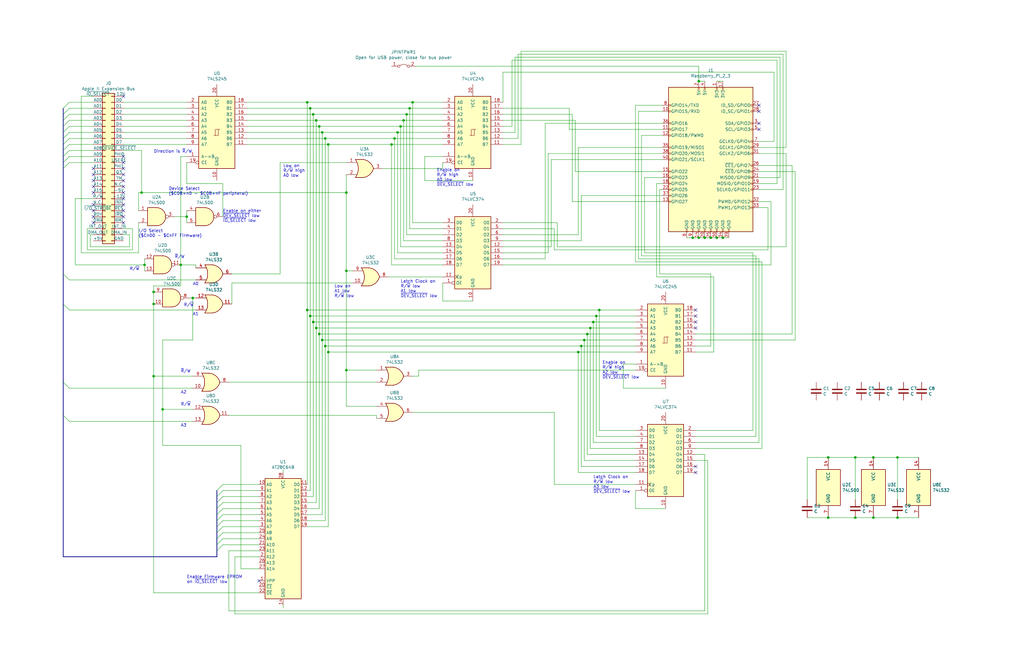
<source format=kicad_sch>
(kicad_sch (version 20211123) (generator eeschema)
  (paper "USLedger")
  (title_block (title "Apple II I/O RPi") (date "2022-02-16") (rev "6") (company "Terence J. Boldt") (comment 1 "Sixth Prototype") (comment 2 "Provides storage and network for the Apple ][") (comment 3 "Raspberry Pi Zero W 2 as a daughter board") (comment 4 "Expansion card for Apple ][ computers"))
  (junction (at 81.28 125.73))
  (junction (at 64.77 123.19))
  (junction (at 137.16 146.05))
  (junction (at 167.64 55.88))
  (junction (at 165.1 60.96))
  (junction (at 378.46 193.04))
  (junction (at 368.3 193.04))
  (junction (at 349.25 193.04))
  (junction (at 78.74 91.44))
  (junction (at 146.05 81.28))
  (junction (at 133.35 50.8))
  (junction (at 245.11 146.05))
  (junction (at 64.77 128.27))
  (junction (at 60.96 111.76))
  (junction (at 251.46 133.35))
  (junction (at 349.25 218.44))
  (junction (at 248.92 138.43))
  (junction (at 360.68 218.44))
  (junction (at 138.43 60.96))
  (junction (at 304.8 100.33))
  (junction (at 247.65 140.97))
  (junction (at 173.99 43.18))
  (junction (at 299.72 100.33))
  (junction (at 130.81 45.72))
  (junction (at 137.16 58.42))
  (junction (at 133.35 138.43))
  (junction (at 134.62 140.97))
  (junction (at 129.54 130.81))
  (junction (at 138.43 148.59))
  (junction (at 243.84 148.59))
  (junction (at 294.64 34.29))
  (junction (at 252.73 130.81))
  (junction (at 378.46 218.44))
  (junction (at 170.18 50.8))
  (junction (at 135.89 55.88))
  (junction (at 246.38 143.51))
  (junction (at 146.05 156.21))
  (junction (at 135.89 143.51))
  (junction (at 171.45 48.26))
  (junction (at 292.1 100.33))
  (junction (at 146.05 114.3))
  (junction (at 360.68 193.04))
  (junction (at 172.72 45.72))
  (junction (at 129.54 43.18))
  (junction (at 368.3 218.44))
  (junction (at 134.62 53.34))
  (junction (at 68.58 172.72))
  (junction (at 76.2 111.76))
  (junction (at 130.81 133.35))
  (junction (at 132.08 135.89))
  (junction (at 166.37 58.42))
  (junction (at 64.77 158.75))
  (junction (at 59.69 81.28))
  (junction (at 302.26 100.33))
  (junction (at 132.08 48.26))
  (junction (at 297.18 100.33))
  (junction (at 250.19 135.89))
  (junction (at 294.64 100.33))
  (junction (at 168.91 53.34))
  (no_connect (at 293.37 196.85))
  (no_connect (at 293.37 199.39))
  (no_connect (at 52.07 66.04))
  (no_connect (at 52.07 68.58))
  (no_connect (at 52.07 71.12))
  (no_connect (at 52.07 73.66))
  (no_connect (at 52.07 76.2))
  (no_connect (at 52.07 78.74))
  (no_connect (at 52.07 81.28))
  (no_connect (at 52.07 83.82))
  (no_connect (at 52.07 86.36))
  (no_connect (at 52.07 88.9))
  (no_connect (at 52.07 91.44))
  (no_connect (at 52.07 93.98))
  (no_connect (at 320.04 46.99))
  (no_connect (at 320.04 44.45))
  (no_connect (at 320.04 54.61))
  (no_connect (at 320.04 52.07))
  (no_connect (at 293.37 130.81))
  (no_connect (at 39.37 86.36))
  (no_connect (at 39.37 88.9))
  (no_connect (at 39.37 91.44))
  (no_connect (at 39.37 93.98))
  (no_connect (at 39.37 81.28))
  (no_connect (at 39.37 76.2))
  (no_connect (at 39.37 78.74))
  (no_connect (at 39.37 71.12))
  (no_connect (at 39.37 73.66))
  (no_connect (at 109.22 245.11))
  (no_connect (at 52.07 40.64))
  (no_connect (at 293.37 138.43))
  (no_connect (at 293.37 135.89))
  (no_connect (at 293.37 133.35))
  (bus_entry (at 26.67 175.26) (size 2.54 2.54))
  (bus_entry (at 26.67 161.29) (size 2.54 2.54))
  (bus_entry (at 26.67 115.57) (size 2.54 2.54))
  (bus_entry (at 26.67 45.72) (size 2.54 -2.54))
  (bus_entry (at 91.44 207.01) (size 2.54 -2.54))
  (bus_entry (at 91.44 227.33) (size 2.54 -2.54))
  (bus_entry (at 91.44 229.87) (size 2.54 -2.54))
  (bus_entry (at 91.44 217.17) (size 2.54 -2.54))
  (bus_entry (at 91.44 209.55) (size 2.54 -2.54))
  (bus_entry (at 91.44 212.09) (size 2.54 -2.54))
  (bus_entry (at 91.44 214.63) (size 2.54 -2.54))
  (bus_entry (at 91.44 219.71) (size 2.54 -2.54))
  (bus_entry (at 91.44 224.79) (size 2.54 -2.54))
  (bus_entry (at 91.44 222.25) (size 2.54 -2.54))
  (bus_entry (at 26.67 128.27) (size 2.54 2.54))
  (bus_entry (at 91.44 232.41) (size 2.54 -2.54))
  (bus_entry (at 26.67 68.58) (size 2.54 -2.54))
  (bus_entry (at 26.67 71.12) (size 2.54 -2.54))
  (bus_entry (at 26.67 60.96) (size 2.54 -2.54))
  (bus_entry (at 26.67 63.5) (size 2.54 -2.54))
  (bus_entry (at 26.67 66.04) (size 2.54 -2.54))
  (bus_entry (at 26.67 50.8) (size 2.54 -2.54))
  (bus_entry (at 26.67 53.34) (size 2.54 -2.54))
  (bus_entry (at 26.67 55.88) (size 2.54 -2.54))
  (bus_entry (at 26.67 58.42) (size 2.54 -2.54))
  (bus_entry (at 26.67 48.26) (size 2.54 -2.54))
  (wire (pts (xy 186.69 55.88) (xy 167.64 55.88)))
  (wire (pts (xy 320.04 64.77) (xy 331.47 64.77)))
  (wire (pts (xy 279.4 72.39) (xy 242.57 72.39)))
  (wire (pts (xy 219.71 60.96) (xy 212.09 60.96)))
  (wire (pts (xy 64.77 250.19) (xy 109.22 250.19)))
  (wire (pts (xy 137.16 58.42) (xy 166.37 58.42)))
  (wire (pts (xy 161.29 71.12) (xy 186.69 71.12)))
  (wire (pts (xy 36.83 96.52) (xy 36.83 105.41)))
  (wire (pts (xy 331.47 62.23) (xy 331.47 21.59)))
  (wire (pts (xy 170.18 50.8) (xy 170.18 101.6)))
  (wire (pts (xy 29.21 60.96) (xy 39.37 60.96)))
  (wire (pts (xy 299.72 100.33) (xy 302.26 100.33)))
  (wire (pts (xy 321.31 189.23) (xy 293.37 189.23)))
  (wire (pts (xy 135.89 217.17) (xy 129.54 217.17)))
  (wire (pts (xy 129.54 130.81) (xy 129.54 204.47)))
  (wire (pts (xy 93.98 214.63) (xy 109.22 214.63)))
  (wire (pts (xy 138.43 60.96) (xy 138.43 148.59)))
  (wire (pts (xy 59.69 81.28) (xy 58.42 81.28)))
  (wire (pts (xy 276.86 77.47) (xy 279.4 77.47)))
  (wire (pts (xy 232.41 67.31) (xy 232.41 104.14)))
  (wire (pts (xy 378.46 193.04) (xy 387.35 193.04)))
  (wire (pts (xy 64.77 158.75) (xy 64.77 250.19)))
  (wire (pts (xy 135.89 55.88) (xy 167.64 55.88)))
  (wire (pts (xy 250.19 186.69) (xy 250.19 135.89)))
  (wire (pts (xy 251.46 184.15) (xy 251.46 133.35)))
  (bus (pts (xy 26.67 115.57) (xy 26.67 128.27)))
  (wire (pts (xy 330.2 22.86) (xy 218.44 22.86)))
  (wire (pts (xy 279.4 85.09) (xy 241.3 85.09)))
  (wire (pts (xy 34.29 106.68) (xy 34.29 40.64)))
  (wire (pts (xy 293.37 140.97) (xy 334.01 140.97)))
  (wire (pts (xy 68.58 187.96) (xy 68.58 172.72)))
  (wire (pts (xy 146.05 114.3) (xy 148.59 114.3)))
  (wire (pts (xy 167.64 106.68) (xy 186.69 106.68)))
  (wire (pts (xy 212.09 111.76) (xy 325.12 111.76)))
  (bus (pts (xy 91.44 212.09) (xy 91.44 214.63)))
  (wire (pts (xy 165.1 111.76) (xy 186.69 111.76)))
  (wire (pts (xy 134.62 53.34) (xy 168.91 53.34)))
  (wire (pts (xy 320.04 186.69) (xy 293.37 186.69)))
  (wire (pts (xy 173.99 158.75) (xy 176.53 158.75)))
  (wire (pts (xy 247.65 191.77) (xy 247.65 140.97)))
  (bus (pts (xy 26.67 53.34) (xy 26.67 55.88)))
  (wire (pts (xy 36.83 96.52) (xy 39.37 96.52)))
  (wire (pts (xy 240.03 54.61) (xy 240.03 45.72)))
  (wire (pts (xy 54.61 99.06) (xy 52.07 99.06)))
  (wire (pts (xy 101.6 187.96) (xy 68.58 187.96)))
  (wire (pts (xy 130.81 45.72) (xy 172.72 45.72)))
  (wire (pts (xy 298.45 259.08) (xy 298.45 194.31)))
  (wire (pts (xy 81.28 143.51) (xy 68.58 143.51)))
  (wire (pts (xy 243.84 199.39) (xy 267.97 199.39)))
  (wire (pts (xy 331.47 64.77) (xy 331.47 104.14)))
  (wire (pts (xy 247.65 140.97) (xy 134.62 140.97)))
  (wire (pts (xy 101.6 240.03) (xy 109.22 240.03)))
  (wire (pts (xy 130.81 133.35) (xy 130.81 207.01)))
  (wire (pts (xy 146.05 81.28) (xy 146.05 73.66)))
  (wire (pts (xy 368.3 193.04) (xy 378.46 193.04)))
  (wire (pts (xy 171.45 48.26) (xy 171.45 99.06)))
  (wire (pts (xy 294.64 100.33) (xy 297.18 100.33)))
  (wire (pts (xy 293.37 143.51) (xy 335.28 143.51)))
  (wire (pts (xy 217.17 55.88) (xy 212.09 55.88)))
  (wire (pts (xy 186.69 127) (xy 199.39 127)))
  (wire (pts (xy 99.06 234.95) (xy 99.06 259.08)))
  (wire (pts (xy 293.37 148.59) (xy 300.99 148.59)))
  (wire (pts (xy 76.2 66.04) (xy 76.2 111.76)))
  (wire (pts (xy 320.04 72.39) (xy 335.28 72.39)))
  (wire (pts (xy 173.99 43.18) (xy 173.99 93.98)))
  (wire (pts (xy 267.97 207.01) (xy 267.97 214.63)))
  (wire (pts (xy 38.1 104.14) (xy 54.61 104.14)))
  (wire (pts (xy 132.08 48.26) (xy 132.08 135.89)))
  (wire (pts (xy 64.77 158.75) (xy 81.28 158.75)))
  (wire (pts (xy 130.81 207.01) (xy 129.54 207.01)))
  (wire (pts (xy 267.97 194.31) (xy 246.38 194.31)))
  (wire (pts (xy 279.4 46.99) (xy 269.24 46.99)))
  (wire (pts (xy 80.01 125.73) (xy 81.28 125.73)))
  (bus (pts (xy 26.67 66.04) (xy 26.67 68.58)))
  (wire (pts (xy 318.77 107.95) (xy 270.51 107.95)))
  (wire (pts (xy 289.56 100.33) (xy 292.1 100.33)))
  (bus (pts (xy 26.67 58.42) (xy 26.67 60.96)))
  (wire (pts (xy 93.98 224.79) (xy 109.22 224.79)))
  (wire (pts (xy 297.18 34.29) (xy 294.64 34.29)))
  (wire (pts (xy 52.07 60.96) (xy 78.74 60.96)))
  (wire (pts (xy 132.08 135.89) (xy 132.08 209.55)))
  (wire (pts (xy 242.57 50.8) (xy 212.09 50.8)))
  (wire (pts (xy 101.6 187.96) (xy 101.6 240.03)))
  (wire (pts (xy 241.3 85.09) (xy 241.3 48.26)))
  (wire (pts (xy 133.35 50.8) (xy 133.35 138.43)))
  (bus (pts (xy 91.44 219.71) (xy 91.44 222.25)))
  (bus (pts (xy 26.67 161.29) (xy 26.67 175.26)))
  (wire (pts (xy 96.52 161.29) (xy 158.75 161.29)))
  (bus (pts (xy 26.67 175.26) (xy 26.67 234.95)))
  (wire (pts (xy 245.11 196.85) (xy 245.11 146.05)))
  (wire (pts (xy 29.21 163.83) (xy 81.28 163.83)))
  (wire (pts (xy 129.54 43.18) (xy 129.54 130.81)))
  (wire (pts (xy 271.78 74.93) (xy 279.4 74.93)))
  (wire (pts (xy 325.12 85.09) (xy 325.12 111.76)))
  (bus (pts (xy 91.44 224.79) (xy 91.44 227.33)))
  (bus (pts (xy 91.44 207.01) (xy 91.44 209.55)))
  (wire (pts (xy 320.04 62.23) (xy 331.47 62.23)))
  (wire (pts (xy 271.78 106.68) (xy 271.78 74.93)))
  (wire (pts (xy 378.46 210.82) (xy 378.46 193.04)))
  (wire (pts (xy 82.55 111.76) (xy 82.55 113.03)))
  (wire (pts (xy 298.45 194.31) (xy 293.37 194.31)))
  (wire (pts (xy 280.67 163.83) (xy 262.89 163.83)))
  (wire (pts (xy 186.69 71.12) (xy 186.69 68.58)))
  (wire (pts (xy 68.58 172.72) (xy 81.28 172.72)))
  (wire (pts (xy 276.86 77.47) (xy 276.86 116.84)))
  (wire (pts (xy 243.84 62.23) (xy 279.4 62.23)))
  (wire (pts (xy 245.11 82.55) (xy 245.11 101.6)))
  (bus (pts (xy 26.67 60.96) (xy 26.67 63.5)))
  (wire (pts (xy 138.43 222.25) (xy 129.54 222.25)))
  (wire (pts (xy 93.98 229.87) (xy 109.22 229.87)))
  (wire (pts (xy 234.95 104.14) (xy 234.95 93.98)))
  (wire (pts (xy 58.42 106.68) (xy 58.42 93.98)))
  (wire (pts (xy 76.2 111.76) (xy 76.2 120.65)))
  (wire (pts (xy 243.84 62.23) (xy 243.84 99.06)))
  (wire (pts (xy 29.21 118.11) (xy 82.55 118.11)))
  (wire (pts (xy 119.38 198.12) (xy 119.38 199.39)))
  (wire (pts (xy 99.06 234.95) (xy 109.22 234.95)))
  (wire (pts (xy 212.09 30.48) (xy 212.09 43.18)))
  (wire (pts (xy 212.09 99.06) (xy 243.84 99.06)))
  (wire (pts (xy 93.98 217.17) (xy 109.22 217.17)))
  (wire (pts (xy 212.09 106.68) (xy 231.14 106.68)))
  (wire (pts (xy 267.97 135.89) (xy 250.19 135.89)))
  (wire (pts (xy 81.28 125.73) (xy 82.55 125.73)))
  (wire (pts (xy 251.46 133.35) (xy 130.81 133.35)))
  (wire (pts (xy 104.14 53.34) (xy 134.62 53.34)))
  (bus (pts (xy 91.44 214.63) (xy 91.44 217.17)))
  (wire (pts (xy 93.98 91.44) (xy 93.98 77.47)))
  (wire (pts (xy 135.89 143.51) (xy 135.89 217.17)))
  (wire (pts (xy 148.59 119.38) (xy 97.79 119.38)))
  (wire (pts (xy 246.38 143.51) (xy 135.89 143.51)))
  (wire (pts (xy 29.21 55.88) (xy 39.37 55.88)))
  (wire (pts (xy 267.97 196.85) (xy 245.11 196.85)))
  (wire (pts (xy 167.64 55.88) (xy 167.64 106.68)))
  (wire (pts (xy 267.97 189.23) (xy 248.92 189.23)))
  (wire (pts (xy 172.72 45.72) (xy 172.72 96.52)))
  (wire (pts (xy 368.3 218.44) (xy 360.68 218.44)))
  (wire (pts (xy 233.68 96.52) (xy 233.68 105.41)))
  (wire (pts (xy 327.66 77.47) (xy 327.66 25.4)))
  (bus (pts (xy 91.44 227.33) (xy 91.44 229.87)))
  (wire (pts (xy 132.08 48.26) (xy 171.45 48.26)))
  (bus (pts (xy 26.67 128.27) (xy 26.67 161.29)))
  (wire (pts (xy 250.19 135.89) (xy 132.08 135.89)))
  (wire (pts (xy 29.21 66.04) (xy 39.37 66.04)))
  (bus (pts (xy 26.67 68.58) (xy 26.67 71.12)))
  (wire (pts (xy 360.68 193.04) (xy 349.25 193.04)))
  (wire (pts (xy 215.9 25.4) (xy 215.9 53.34)))
  (wire (pts (xy 293.37 181.61) (xy 317.5 181.61)))
  (wire (pts (xy 129.54 219.71) (xy 137.16 219.71)))
  (wire (pts (xy 172.72 45.72) (xy 186.69 45.72)))
  (wire (pts (xy 267.97 143.51) (xy 246.38 143.51)))
  (wire (pts (xy 168.91 53.34) (xy 168.91 104.14)))
  (wire (pts (xy 304.8 100.33) (xy 307.34 100.33)))
  (wire (pts (xy 104.14 60.96) (xy 138.43 60.96)))
  (wire (pts (xy 297.18 100.33) (xy 299.72 100.33)))
  (wire (pts (xy 34.29 106.68) (xy 58.42 106.68)))
  (wire (pts (xy 293.37 184.15) (xy 318.77 184.15)))
  (wire (pts (xy 242.57 72.39) (xy 242.57 50.8)))
  (wire (pts (xy 269.24 46.99) (xy 269.24 109.22)))
  (wire (pts (xy 137.16 58.42) (xy 137.16 146.05)))
  (wire (pts (xy 330.2 80.01) (xy 330.2 22.86)))
  (wire (pts (xy 243.84 199.39) (xy 243.84 148.59)))
  (wire (pts (xy 267.97 110.49) (xy 321.31 110.49)))
  (wire (pts (xy 317.5 181.61) (xy 317.5 106.68)))
  (wire (pts (xy 267.97 184.15) (xy 251.46 184.15)))
  (wire (pts (xy 218.44 22.86) (xy 218.44 58.42)))
  (wire (pts (xy 118.11 115.57) (xy 118.11 68.58)))
  (wire (pts (xy 349.25 218.44) (xy 360.68 218.44)))
  (wire (pts (xy 52.07 96.52) (xy 55.88 96.52)))
  (wire (pts (xy 212.09 104.14) (xy 232.41 104.14)))
  (wire (pts (xy 173.99 43.18) (xy 186.69 43.18)))
  (wire (pts (xy 278.13 80.01) (xy 278.13 115.57)))
  (wire (pts (xy 166.37 58.42) (xy 186.69 58.42)))
  (wire (pts (xy 349.25 218.44) (xy 340.36 218.44)))
  (wire (pts (xy 240.03 45.72) (xy 212.09 45.72)))
  (wire (pts (xy 38.1 99.06) (xy 38.1 104.14)))
  (bus (pts (xy 26.67 50.8) (xy 26.67 53.34)))
  (bus (pts (xy 26.67 45.72) (xy 26.67 48.26)))
  (wire (pts (xy 262.89 153.67) (xy 262.89 163.83)))
  (wire (pts (xy 293.37 191.77) (xy 297.18 191.77)))
  (wire (pts (xy 76.2 120.65) (xy 64.77 120.65)))
  (wire (pts (xy 320.04 69.85) (xy 334.01 69.85)))
  (bus (pts (xy 91.44 217.17) (xy 91.44 219.71)))
  (wire (pts (xy 134.62 140.97) (xy 134.62 214.63)))
  (wire (pts (xy 340.36 210.82) (xy 340.36 193.04)))
  (wire (pts (xy 93.98 227.33) (xy 109.22 227.33)))
  (wire (pts (xy 78.74 58.42) (xy 52.07 58.42)))
  (wire (pts (xy 78.74 91.44) (xy 78.74 88.9)))
  (wire (pts (xy 179.07 66.04) (xy 179.07 76.2)))
  (wire (pts (xy 300.99 116.84) (xy 300.99 148.59)))
  (wire (pts (xy 104.14 58.42) (xy 137.16 58.42)))
  (wire (pts (xy 179.07 76.2) (xy 199.39 76.2)))
  (wire (pts (xy 29.21 177.8) (xy 81.28 177.8)))
  (wire (pts (xy 252.73 130.81) (xy 129.54 130.81)))
  (wire (pts (xy 78.74 43.18) (xy 52.07 43.18)))
  (wire (pts (xy 267.97 191.77) (xy 247.65 191.77)))
  (wire (pts (xy 132.08 209.55) (xy 129.54 209.55)))
  (wire (pts (xy 133.35 138.43) (xy 133.35 212.09)))
  (wire (pts (xy 368.3 193.04) (xy 360.68 193.04)))
  (wire (pts (xy 64.77 120.65) (xy 64.77 123.19)))
  (wire (pts (xy 267.97 133.35) (xy 251.46 133.35)))
  (wire (pts (xy 326.39 30.48) (xy 212.09 30.48)))
  (wire (pts (xy 218.44 58.42) (xy 212.09 58.42)))
  (wire (pts (xy 304.8 34.29) (xy 302.26 34.29)))
  (wire (pts (xy 186.69 119.38) (xy 186.69 127)))
  (wire (pts (xy 320.04 109.22) (xy 320.04 186.69)))
  (wire (pts (xy 326.39 59.69) (xy 326.39 30.48)))
  (wire (pts (xy 323.85 87.63) (xy 320.04 87.63)))
  (wire (pts (xy 186.69 48.26) (xy 171.45 48.26)))
  (wire (pts (xy 212.09 96.52) (xy 233.68 96.52)))
  (wire (pts (xy 29.21 130.81) (xy 82.55 130.81)))
  (wire (pts (xy 31.75 83.82) (xy 31.75 111.76)))
  (wire (pts (xy 267.97 44.45) (xy 267.97 110.49)))
  (wire (pts (xy 104.14 48.26) (xy 132.08 48.26)))
  (wire (pts (xy 29.21 53.34) (xy 39.37 53.34)))
  (wire (pts (xy 68.58 143.51) (xy 68.58 172.72)))
  (wire (pts (xy 104.14 50.8) (xy 133.35 50.8)))
  (wire (pts (xy 229.87 52.07) (xy 229.87 109.22)))
  (wire (pts (xy 293.37 146.05) (xy 299.72 146.05)))
  (wire (pts (xy 29.21 48.26) (xy 39.37 48.26)))
  (wire (pts (xy 279.4 64.77) (xy 231.14 64.77)))
  (wire (pts (xy 166.37 58.42) (xy 166.37 109.22)))
  (wire (pts (xy 302.26 100.33) (xy 304.8 100.33)))
  (wire (pts (xy 93.98 77.47) (xy 78.74 77.47)))
  (wire (pts (xy 217.17 24.13) (xy 217.17 55.88)))
  (wire (pts (xy 176.53 158.75) (xy 176.53 156.21)))
  (wire (pts (xy 269.24 109.22) (xy 320.04 109.22)))
  (wire (pts (xy 317.5 106.68) (xy 271.78 106.68)))
  (bus (pts (xy 26.67 234.95) (xy 91.44 234.95)))
  (wire (pts (xy 320.04 85.09) (xy 325.12 85.09)))
  (wire (pts (xy 171.45 99.06) (xy 186.69 99.06)))
  (wire (pts (xy 168.91 53.34) (xy 186.69 53.34)))
  (wire (pts (xy 248.92 138.43) (xy 133.35 138.43)))
  (wire (pts (xy 39.37 99.06) (xy 38.1 99.06)))
  (wire (pts (xy 134.62 53.34) (xy 134.62 140.97)))
  (wire (pts (xy 279.4 44.45) (xy 267.97 44.45)))
  (wire (pts (xy 321.31 110.49) (xy 321.31 189.23)))
  (wire (pts (xy 267.97 153.67) (xy 262.89 153.67)))
  (wire (pts (xy 299.72 115.57) (xy 299.72 146.05)))
  (wire (pts (xy 233.68 204.47) (xy 267.97 204.47)))
  (wire (pts (xy 323.85 105.41) (xy 323.85 87.63)))
  (wire (pts (xy 173.99 173.99) (xy 233.68 173.99)))
  (wire (pts (xy 29.21 50.8) (xy 39.37 50.8)))
  (wire (pts (xy 55.88 96.52) (xy 55.88 105.41)))
  (wire (pts (xy 59.69 81.28) (xy 146.05 81.28)))
  (wire (pts (xy 279.4 80.01) (xy 278.13 80.01)))
  (wire (pts (xy 328.93 74.93) (xy 328.93 24.13)))
  (wire (pts (xy 231.14 64.77) (xy 231.14 106.68)))
  (wire (pts (xy 138.43 148.59) (xy 138.43 222.25)))
  (wire (pts (xy 279.4 82.55) (xy 245.11 82.55)))
  (wire (pts (xy 78.74 45.72) (xy 52.07 45.72)))
  (wire (pts (xy 34.29 40.64) (xy 39.37 40.64)))
  (wire (pts (xy 331.47 104.14) (xy 234.95 104.14)))
  (wire (pts (xy 335.28 72.39) (xy 335.28 143.51)))
  (wire (pts (xy 36.83 105.41) (xy 55.88 105.41)))
  (wire (pts (xy 170.18 50.8) (xy 186.69 50.8)))
  (wire (pts (xy 96.52 232.41) (xy 96.52 257.81)))
  (wire (pts (xy 320.04 74.93) (xy 328.93 74.93)))
  (wire (pts (xy 294.64 27.94) (xy 294.64 34.29)))
  (wire (pts (xy 146.05 156.21) (xy 146.05 171.45)))
  (wire (pts (xy 158.75 175.26) (xy 158.75 176.53)))
  (wire (pts (xy 360.68 210.82) (xy 360.68 193.04)))
  (wire (pts (xy 176.53 156.21) (xy 267.97 156.21)))
  (wire (pts (xy 267.97 181.61) (xy 252.73 181.61)))
  (wire (pts (xy 54.61 104.14) (xy 54.61 99.06)))
  (bus (pts (xy 26.67 63.5) (xy 26.67 66.04)))
  (wire (pts (xy 245.11 146.05) (xy 137.16 146.05)))
  (wire (pts (xy 219.71 21.59) (xy 219.71 60.96)))
  (wire (pts (xy 246.38 194.31) (xy 246.38 143.51)))
  (wire (pts (xy 96.52 175.26) (xy 158.75 175.26)))
  (wire (pts (xy 29.21 58.42) (xy 39.37 58.42)))
  (wire (pts (xy 58.42 81.28) (xy 58.42 88.9)))
  (wire (pts (xy 279.4 54.61) (xy 240.03 54.61)))
  (wire (pts (xy 78.74 53.34) (xy 52.07 53.34)))
  (wire (pts (xy 52.07 55.88) (xy 78.74 55.88)))
  (bus (pts (xy 91.44 209.55) (xy 91.44 212.09)))
  (wire (pts (xy 60.96 109.22) (xy 60.96 111.76)))
  (wire (pts (xy 52.07 63.5) (xy 59.69 63.5)))
  (wire (pts (xy 212.09 101.6) (xy 245.11 101.6)))
  (wire (pts (xy 78.74 77.47) (xy 78.74 68.58)))
  (wire (pts (xy 93.98 212.09) (xy 109.22 212.09)))
  (bus (pts (xy 91.44 232.41) (xy 91.44 234.95)))
  (wire (pts (xy 292.1 100.33) (xy 294.64 100.33)))
  (wire (pts (xy 29.21 63.5) (xy 39.37 63.5)))
  (wire (pts (xy 212.09 93.98) (xy 234.95 93.98)))
  (wire (pts (xy 137.16 146.05) (xy 137.16 219.71)))
  (wire (pts (xy 97.79 119.38) (xy 97.79 128.27)))
  (wire (pts (xy 331.47 21.59) (xy 219.71 21.59)))
  (wire (pts (xy 279.4 52.07) (xy 229.87 52.07)))
  (wire (pts (xy 64.77 123.19) (xy 64.77 128.27)))
  (wire (pts (xy 93.98 219.71) (xy 109.22 219.71)))
  (wire (pts (xy 318.77 184.15) (xy 318.77 107.95)))
  (wire (pts (xy 270.51 57.15) (xy 279.4 57.15)))
  (wire (pts (xy 250.19 186.69) (xy 267.97 186.69)))
  (wire (pts (xy 232.41 67.31) (xy 279.4 67.31)))
  (wire (pts (xy 280.67 214.63) (xy 267.97 214.63)))
  (wire (pts (xy 267.97 130.81) (xy 252.73 130.81)))
  (wire (pts (xy 96.52 257.81) (xy 297.18 257.81)))
  (wire (pts (xy 186.69 60.96) (xy 165.1 60.96)))
  (wire (pts (xy 64.77 128.27) (xy 64.77 158.75)))
  (wire (pts (xy 267.97 138.43) (xy 248.92 138.43)))
  (wire (pts (xy 76.2 111.76) (xy 82.55 111.76)))
  (wire (pts (xy 104.14 55.88) (xy 135.89 55.88)))
  (wire (pts (xy 320.04 59.69) (xy 326.39 59.69)))
  (wire (pts (xy 96.52 232.41) (xy 109.22 232.41)))
  (wire (pts (xy 215.9 53.34) (xy 212.09 53.34)))
  (wire (pts (xy 31.75 111.76) (xy 60.96 111.76)))
  (wire (pts (xy 29.21 45.72) (xy 39.37 45.72)))
  (wire (pts (xy 378.46 218.44) (xy 387.35 218.44)))
  (wire (pts (xy 368.3 218.44) (xy 378.46 218.44)))
  (bus (pts (xy 26.67 71.12) (xy 26.67 115.57)))
  (wire (pts (xy 135.89 55.88) (xy 135.89 143.51)))
  (wire (pts (xy 297.18 191.77) (xy 297.18 257.81)))
  (wire (pts (xy 170.18 101.6) (xy 186.69 101.6)))
  (wire (pts (xy 146.05 171.45) (xy 158.75 171.45)))
  (wire (pts (xy 278.13 115.57) (xy 299.72 115.57)))
  (wire (pts (xy 146.05 114.3) (xy 146.05 156.21)))
  (wire (pts (xy 93.98 222.25) (xy 109.22 222.25)))
  (wire (pts (xy 59.69 63.5) (xy 59.69 81.28)))
  (wire (pts (xy 119.38 255.27) (xy 119.38 256.54)))
  (wire (pts (xy 186.69 66.04) (xy 179.07 66.04)))
  (wire (pts (xy 212.09 109.22) (xy 229.87 109.22)))
  (wire (pts (xy 168.91 104.14) (xy 186.69 104.14)))
  (wire (pts (xy 166.37 109.22) (xy 186.69 109.22)))
  (wire (pts (xy 97.79 115.57) (xy 118.11 115.57)))
  (wire (pts (xy 172.72 96.52) (xy 186.69 96.52)))
  (wire (pts (xy 327.66 25.4) (xy 215.9 25.4)))
  (wire (pts (xy 78.74 93.98) (xy 78.74 91.44)))
  (wire (pts (xy 267.97 146.05) (xy 245.11 146.05)))
  (wire (pts (xy 165.1 60.96) (xy 165.1 111.76)))
  (wire (pts (xy 340.36 193.04) (xy 349.25 193.04)))
  (wire (pts (xy 138.43 60.96) (xy 165.1 60.96)))
  (wire (pts (xy 233.68 105.41) (xy 323.85 105.41)))
  (wire (pts (xy 99.06 259.08) (xy 298.45 259.08)))
  (wire (pts (xy 233.68 173.99) (xy 233.68 204.47)))
  (wire (pts (xy 328.93 24.13) (xy 217.17 24.13)))
  (wire (pts (xy 243.84 148.59) (xy 138.43 148.59)))
  (wire (pts (xy 146.05 156.21) (xy 158.75 156.21)))
  (wire (pts (xy 118.11 68.58) (xy 146.05 68.58)))
  (wire (pts (xy 173.99 93.98) (xy 186.69 93.98)))
  (wire (pts (xy 93.98 207.01) (xy 109.22 207.01)))
  (wire (pts (xy 78.74 48.26) (xy 52.07 48.26)))
  (wire (pts (xy 93.98 204.47) (xy 109.22 204.47)))
  (wire (pts (xy 104.14 45.72) (xy 130.81 45.72)))
  (wire (pts (xy 133.35 212.09) (xy 129.54 212.09)))
  (wire (pts (xy 93.98 209.55) (xy 109.22 209.55)))
  (wire (pts (xy 175.26 27.94) (xy 294.64 27.94)))
  (wire (pts (xy 267.97 148.59) (xy 243.84 148.59)))
  (bus (pts (xy 91.44 222.25) (xy 91.44 224.79)))
  (wire (pts (xy 29.21 68.58) (xy 39.37 68.58)))
  (wire (pts (xy 52.07 50.8) (xy 78.74 50.8)))
  (wire (pts (xy 130.81 45.72) (xy 130.81 133.35)))
  (bus (pts (xy 91.44 229.87) (xy 91.44 232.41)))
  (wire (pts (xy 267.97 140.97) (xy 247.65 140.97)))
  (wire (pts (xy 270.51 107.95) (xy 270.51 57.15)))
  (wire (pts (xy 252.73 181.61) (xy 252.73 130.81)))
  (wire (pts (xy 60.96 111.76) (xy 60.96 114.3)))
  (wire (pts (xy 129.54 43.18) (xy 173.99 43.18)))
  (wire (pts (xy 129.54 214.63) (xy 134.62 214.63)))
  (bus (pts (xy 26.67 55.88) (xy 26.67 58.42)))
  (wire (pts (xy 146.05 81.28) (xy 146.05 114.3)))
  (wire (pts (xy 29.21 43.18) (xy 39.37 43.18)))
  (wire (pts (xy 163.83 116.84) (xy 186.69 116.84)))
  (wire (pts (xy 320.04 77.47) (xy 327.66 77.47)))
  (wire (pts (xy 248.92 189.23) (xy 248.92 138.43)))
  (wire (pts (xy 81.28 125.73) (xy 81.28 143.51)))
  (wire (pts (xy 76.2 66.04) (xy 78.74 66.04)))
  (wire (pts (xy 73.66 91.44) (xy 78.74 91.44)))
  (wire (pts (xy 241.3 48.26) (xy 212.09 48.26)))
  (wire (pts (xy 133.35 50.8) (xy 170.18 50.8)))
  (wire (pts (xy 276.86 116.84) (xy 300.99 116.84)))
  (wire (pts (xy 320.04 80.01) (xy 330.2 80.01)))
  (wire (pts (xy 334.01 69.85) (xy 334.01 140.97)))
  (bus (pts (xy 26.67 48.26) (xy 26.67 50.8)))
  (wire (pts (xy 104.14 43.18) (xy 129.54 43.18)))
  (wire (pts (xy 31.75 83.82) (xy 39.37 83.82)))
  (text "A0" (at 81.28 120.65 0) (effects (font (size 1.27 1.27)) (justify left bottom)))
  (text "Device Select\n($C08+n0 - $C08+nF peripheral)" (at 71.12 82.55 0) (effects (font (size 1.27 1.27)) (justify left bottom)))
  (text "Enable on\nR/~{W} high\nA0 low\n~{DEV_SELECT} low" (at 184.15 78.74 0) (effects (font (size 1.27 1.27)) (justify left bottom)))
  (text "R/~{W}" (at 76.2 171.45 0) (effects (font (size 1.27 1.27)) (justify left bottom)))
  (text "Latch Clock on\nR/~{W} low\nA1 low\n~{DEV_SELECT} low" (at 168.91 125.73 0) (effects (font (size 1.27 1.27)) (justify left bottom)))
  (text "R/~{W}" (at 77.47 129.54 0) (effects (font (size 1.27 1.27)) (justify left bottom)))
  (text "Latch Clock on\nR/~{W} low\nA3 low\n~{DEV_SELECT} low" (at 250.19 208.28 0) (effects (font (size 1.27 1.27)) (justify left bottom)))
  (text "~{R}/W" (at 73.66 109.22 0) (effects (font (size 1.27 1.27)) (justify left bottom)))
  (text "A3" (at 76.2 180.34 0) (effects (font (size 1.27 1.27)) (justify left bottom)))
  (text "Enable on either\n~{DEV_SELECT} low\n~{IO_SELECT} low" (at 93.98 93.98 0) (effects (font (size 1.27 1.27)) (justify left bottom)))
  (text "Direction is ~{R}/W" (at 64.77 64.77 0) (effects (font (size 1.27 1.27)) (justify left bottom)))
  (text "Low on\nR/~{W} high\nA0 low\n" (at 119.38 74.93 0) (effects (font (size 1.27 1.27)) (justify left bottom)))
  (text "A2" (at 76.2 166.37 0) (effects (font (size 1.27 1.27)) (justify left bottom)))
  (text "R/~{W}" (at 54.61 114.3 0) (effects (font (size 1.27 1.27)) (justify left bottom)))
  (text "A1" (at 81.28 133.35 0) (effects (font (size 1.27 1.27)) (justify left bottom)))
  (text "Enable Firmware EPROM\non ~{IO_SELECT} low" (at 78.74 246.38 0) (effects (font (size 1.27 1.27)) (justify left bottom)))
  (text "~{R}/W" (at 76.2 157.48 0) (effects (font (size 1.27 1.27)) (justify left bottom)))
  (text "Enable on\nR/~{W} high\nA2 low\n~{DEV_SELECT} low" (at 254 160.02 0) (effects (font (size 1.27 1.27)) (justify left bottom)))
  (text "Low on\nA1 low\nR/~{W} low" (at 140.97 125.73 0) (effects (font (size 1.27 1.27)) (justify left bottom)))
  (text "I/O Select\n($Cn00 - $CnFF Firmware)" (at 58.42 100.33 0) (effects (font (size 1.27 1.27)) (justify left bottom)))
  (symbol (lib_id "Connector_Generic:Conn_02x25_Counter_Clockwise") (at 44.45 71.12 0) (unit 1)
    (property "Reference" "J0" (at 45.72 35.1282 0))
    (property "Value" "Apple II Expansion Bus" (at 45.72 37.4396 0))
    (property "Footprint" "Apple2:Apple II Expansion Edge Connector" (effects hide))
  )
  (symbol (lib_id "74xx:74LS245") (at 91.44 55.88 0) (unit 1)
    (property "Reference" "U0" (at 91.44 30.9626 0))
    (property "Value" "74LS245" (at 91.44 33.274 0))
    (property "Footprint" "Package_DIP:DIP-20_W7.62mm" (effects hide))
    (property "Datasheet" "http://www.ti.com/lit/gpn/sn74LS245" (effects hide))
  )
  (symbol (lib_id "74xx:74LS245") (at 199.39 55.88 0) (unit 1)
    (property "Reference" "U4" (at 199.39 30.9626 0))
    (property "Value" "74LVC245" (at 199.39 33.274 0))
    (property "Footprint" "Package_DIP:DIP-20_W7.62mm" (effects hide))
    (property "Datasheet" "http://www.ti.com/lit/gpn/sn74LS245" (effects hide))
  )
  (symbol (lib_id "Connector:Raspberry_Pi_2_3") (at 299.72 67.31 0) (unit 1)
    (property "Reference" "J1" (at 299.72 29.6926 0))
    (property "Value" "Raspberry_Pi_2_3" (at 299.72 32.004 0))
    (property "Footprint" "Connector_PinSocket_2.54mm:PinSocket_2x20_P2.54mm_Vertical" (effects hide))
    (property "Datasheet" "https://www.raspberrypi.org/documentation/hardware/raspberrypi/schematics/rpi_SCH_3bplus_1p0_reduced.pdf" (effects hide))
  )
  (symbol (lib_id "74xx:74LS374") (at 199.39 106.68 0) (unit 1)
    (property "Reference" "U5" (at 199.39 81.7626 0))
    (property "Value" "74LVC374" (at 199.39 84.074 0))
    (property "Footprint" "Package_DIP:DIP-20_W7.62mm" (effects hide))
    (property "Datasheet" "http://www.ti.com/lit/gpn/sn74LS374" (effects hide))
  )
  (symbol (lib_id "74xx:74LS32") (at 153.67 71.12 0) (unit 1)
    (property "Reference" "U3" (at 153.67 62.865 0))
    (property "Value" "74LS32" (at 153.67 65.1764 0))
    (property "Footprint" "Apple2:74LS32" (effects hide))
    (property "Datasheet" "http://www.ti.com/lit/gpn/sn74LS32" (effects hide))
  )
  (symbol (lib_id "Device:C") (at 340.36 214.63 0) (unit 1)
    (property "Reference" "C3" (at 343.281 213.4616 0) (effects (justify left)))
    (property "Value" "C" (at 343.281 215.773 0) (effects (justify left)))
    (property "Footprint" "Capacitor_THT:C_Disc_D3.8mm_W2.6mm_P2.50mm" (effects hide))
  )
  (symbol (lib_id "Device:C") (at 360.68 214.63 0) (unit 1)
    (property "Reference" "C4" (at 363.601 213.4616 0) (effects (justify left)))
    (property "Value" "C" (at 363.601 215.773 0) (effects (justify left)))
    (property "Footprint" "Capacitor_THT:C_Disc_D3.8mm_W2.6mm_P2.50mm" (effects hide))
  )
  (symbol (lib_id "Device:C") (at 353.06 165.1 0) (unit 1)
    (property "Reference" "C2" (at 355.981 163.9316 0) (effects (justify left)))
    (property "Value" "C" (at 355.981 166.243 0) (effects (justify left)))
    (property "Footprint" "Capacitor_THT:C_Disc_D3.8mm_W2.6mm_P2.50mm" (effects hide))
  )
  (symbol (lib_id "Device:C") (at 344.17 165.1 0) (unit 1)
    (property "Reference" "C1" (at 347.091 163.9316 0) (effects (justify left)))
    (property "Value" "C" (at 347.091 166.243 0) (effects (justify left)))
    (property "Footprint" "Capacitor_THT:C_Disc_D3.8mm_W2.6mm_P2.50mm" (effects hide))
  )
  (symbol (lib_id "Device:C") (at 363.22 165.1 0) (unit 1)
    (property "Reference" "C5" (at 366.141 163.9316 0) (effects (justify left)))
    (property "Value" "C" (at 366.141 166.243 0) (effects (justify left)))
    (property "Footprint" "Capacitor_THT:C_Disc_D3.8mm_W2.6mm_P2.50mm" (effects hide))
  )
  (symbol (lib_id "Device:C") (at 370.84 165.1 0) (unit 1)
    (property "Reference" "C6" (at 373.761 163.9316 0) (effects (justify left)))
    (property "Value" "C" (at 373.761 166.243 0) (effects (justify left)))
    (property "Footprint" "Capacitor_THT:C_Disc_D3.8mm_W2.6mm_P2.50mm" (effects hide))
  )
  (symbol (lib_id "74xx:74LS32") (at 90.17 115.57 0) (unit 2)
    (property "Reference" "U3" (at 90.17 107.315 0))
    (property "Value" "74LS32" (at 90.17 109.6264 0))
    (property "Footprint" "Apple2:74LS32" (effects hide))
    (property "Datasheet" "http://www.ti.com/lit/gpn/sn74LS32" (effects hide))
  )
  (symbol (lib_id "74xx:74LS32") (at 156.21 116.84 0) (unit 3)
    (property "Reference" "U3" (at 156.21 108.585 0))
    (property "Value" "74LS32" (at 156.21 110.8964 0))
    (property "Footprint" "Apple2:74LS32" (effects hide))
    (property "Datasheet" "http://www.ti.com/lit/gpn/sn74LS32" (effects hide))
  )
  (symbol (lib_id "74xx:74LS32") (at 90.17 128.27 0) (unit 4)
    (property "Reference" "U3" (at 90.17 120.015 0))
    (property "Value" "74LS32" (at 90.17 122.3264 0))
    (property "Footprint" "Apple2:74LS32" (effects hide))
    (property "Datasheet" "http://www.ti.com/lit/gpn/sn74LS32" (effects hide))
  )
  (symbol (lib_id "74xx:74LS00") (at 66.04 91.44 0) (unit 1)
    (property "Reference" "U2" (at 66.04 83.185 0))
    (property "Value" "74LS00" (at 66.04 85.4964 0))
    (property "Footprint" "Apple2:74LS00" (effects hide))
    (property "Datasheet" "http://www.ti.com/lit/gpn/sn74ls00" (effects hide))
  )
  (symbol (lib_id "74xx:74LS00") (at 86.36 91.44 0) (unit 2)
    (property "Reference" "U2" (at 86.36 83.185 0))
    (property "Value" "74LS00" (at 86.36 85.4964 0))
    (property "Footprint" "Apple2:74LS00" (effects hide))
    (property "Datasheet" "http://www.ti.com/lit/gpn/sn74ls00" (effects hide))
  )
  (symbol (lib_id "Memory_EPROM:27C256") (at 119.38 227.33 0) (unit 1)
    (property "Reference" "U1" (at 119.38 194.8688 0))
    (property "Value" "AT28C64B" (at 119.38 197.1802 0))
    (property "Footprint" "Package_DIP:DIP-28_W15.24mm_Socket" (effects hide))
    (property "Datasheet" "http://ww1.microchip.com/downloads/en/DeviceDoc/doc0014.pdf" (effects hide))
  )
  (symbol (lib_id "74xx:74LS00") (at 72.39 125.73 0) (unit 3)
    (property "Reference" "U2" (at 72.39 117.475 0))
    (property "Value" "74LS00" (at 72.39 119.7864 0))
    (property "Footprint" "Apple2:74LS00" (effects hide))
    (property "Datasheet" "http://www.ti.com/lit/gpn/sn74ls00" (effects hide))
  )
  (symbol (lib_id "74xx:74LS00") (at 68.58 111.76 0) (unit 4)
    (property "Reference" "U2" (at 68.58 103.505 0))
    (property "Value" "74LS00" (at 68.58 105.8164 0))
    (property "Footprint" "Apple2:74LS00" (effects hide))
    (property "Datasheet" "http://www.ti.com/lit/gpn/sn74ls00" (effects hide))
  )
  (symbol (lib_id "74xx:74LS245") (at 280.67 143.51 0) (unit 1)
    (property "Reference" "U6" (at 280.67 118.6688 0))
    (property "Value" "74LVC245" (at 280.67 120.9802 0))
    (property "Footprint" "Package_DIP:DIP-20_W7.62mm" (effects hide))
    (property "Datasheet" "http://www.ti.com/lit/gpn/sn74LS245" (effects hide))
  )
  (symbol (lib_id "74xx:74LS374") (at 280.67 194.31 0) (unit 1)
    (property "Reference" "U7" (at 280.67 169.4688 0))
    (property "Value" "74LVC374" (at 280.67 171.7802 0))
    (property "Footprint" "Package_DIP:DIP-20_W7.62mm" (effects hide))
    (property "Datasheet" "http://www.ti.com/lit/gpn/sn74LS374" (effects hide))
  )
  (symbol (lib_id "74xx:74LS00") (at 349.25 205.74 0) (unit 5)
    (property "Reference" "U2" (at 355.092 204.5716 0) (effects (justify left)))
    (property "Value" "74LS00" (at 355.092 206.883 0) (effects (justify left)))
    (property "Footprint" "Apple2:74LS00" (effects hide))
    (property "Datasheet" "http://www.ti.com/lit/gpn/sn74ls00" (effects hide))
  )
  (symbol (lib_id "74xx:74LS32") (at 368.3 205.74 0) (unit 5)
    (property "Reference" "U3" (at 374.142 204.5716 0) (effects (justify left)))
    (property "Value" "74LS32" (at 374.142 206.883 0) (effects (justify left)))
    (property "Footprint" "Apple2:74LS32" (effects hide))
    (property "Datasheet" "http://www.ti.com/lit/gpn/sn74LS32" (effects hide))
  )
  (symbol (lib_id "Device:C") (at 388.62 165.1 0) (unit 1)
    (property "Reference" "C8" (at 391.541 163.9316 0) (effects (justify left)))
    (property "Value" "C" (at 391.541 166.243 0) (effects (justify left)))
    (property "Footprint" "Capacitor_THT:C_Disc_D3.8mm_W2.6mm_P2.50mm" (effects hide))
  )
  (symbol (lib_id "Device:C") (at 381 165.1 0) (unit 1)
    (property "Reference" "C7" (at 383.921 163.9316 0) (effects (justify left)))
    (property "Value" "C" (at 383.921 166.243 0) (effects (justify left)))
    (property "Footprint" "Capacitor_THT:C_Disc_D3.8mm_W2.6mm_P2.50mm" (effects hide))
  )
  (symbol (lib_id "74xx:74LS32") (at 387.35 205.74 0) (unit 5)
    (property "Reference" "U8" (at 393.192 204.5716 0) (effects (justify left)))
    (property "Value" "74LS32" (at 393.192 206.883 0) (effects (justify left)))
    (property "Footprint" "Apple2:74LS32" (effects hide))
    (property "Datasheet" "http://www.ti.com/lit/gpn/sn74LS32" (effects hide))
  )
  (symbol (lib_id "Device:C") (at 378.46 214.63 0) (unit 1)
    (property "Reference" "C9" (at 381.381 213.4616 0) (effects (justify left)))
    (property "Value" "C" (at 381.381 215.773 0) (effects (justify left)))
    (property "Footprint" "Capacitor_THT:C_Disc_D3.8mm_W2.6mm_P2.50mm" (effects hide))
  )
  (symbol (lib_id "74xx:74LS32") (at 166.37 158.75 0) (unit 1)
    (property "Reference" "U8" (at 166.37 150.495 0))
    (property "Value" "74LS32" (at 166.37 152.8064 0))
    (property "Footprint" "Apple2:74LS32" (effects hide))
    (property "Datasheet" "http://www.ti.com/lit/gpn/sn74LS32" (effects hide))
  )
  (symbol (lib_id "74xx:74LS32") (at 166.37 173.99 0) (unit 2)
    (property "Reference" "U8" (at 166.37 165.735 0))
    (property "Value" "74LS32" (at 166.37 168.0464 0))
    (property "Footprint" "Apple2:74LS32" (effects hide))
    (property "Datasheet" "http://www.ti.com/lit/gpn/sn74LS32" (effects hide))
  )
  (symbol (lib_id "74xx:74LS32") (at 88.9 161.29 0) (unit 3)
    (property "Reference" "U8" (at 88.9 153.035 0))
    (property "Value" "74LS32" (at 88.9 155.3464 0))
    (property "Footprint" "Apple2:74LS32" (effects hide))
    (property "Datasheet" "http://www.ti.com/lit/gpn/sn74LS32" (effects hide))
  )
  (symbol (lib_id "74xx:74LS32") (at 88.9 175.26 0) (unit 4)
    (property "Reference" "U8" (at 88.9 167.005 0))
    (property "Value" "74LS32" (at 88.9 169.3164 0))
    (property "Footprint" "Apple2:74LS32" (effects hide))
    (property "Datasheet" "http://www.ti.com/lit/gpn/sn74LS32" (effects hide))
  )
  (symbol (lib_id "Jumper:Jumper_2_Bridged") (at 170.18 27.94 0) (unit 1)
    (property "Reference" "JPINTPWR1" (at 170.18 21.971 0))
    (property "Value" "Open for USB power, close for bus power" (at 170.18 24.2824 0))
    (property "Footprint" "Connector_PinHeader_2.54mm:PinHeader_1x02_P2.54mm_Vertical" (effects hide))
  )
)
</source>
